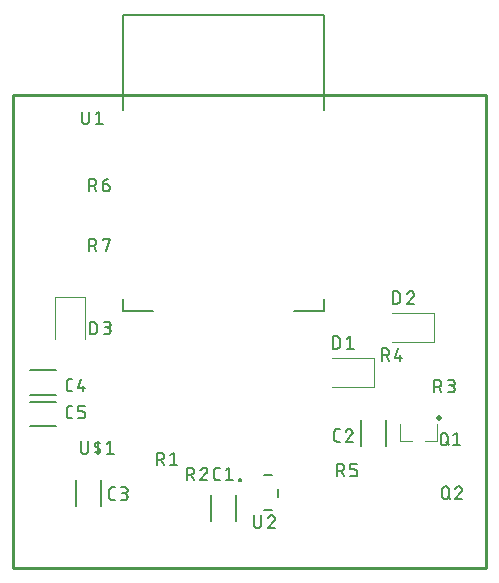
<source format=gbr>
G04 EAGLE Gerber RS-274X export*
G75*
%MOMM*%
%FSLAX34Y34*%
%LPD*%
%INSilkscreen Top*%
%IPPOS*%
%AMOC8*
5,1,8,0,0,1.08239X$1,22.5*%
G01*
G04 Define Apertures*
%ADD10C,0.200000*%
%ADD11C,0.203200*%
%ADD12C,0.500000*%
%ADD13C,0.120000*%
%ADD14C,0.127000*%
%ADD15C,0.254000*%
D10*
X92800Y467640D02*
X262800Y467640D01*
X92800Y227640D02*
X92800Y217640D01*
X117800Y217640D01*
X237800Y217640D02*
X262800Y217640D01*
X262800Y227640D01*
X92800Y387640D02*
X92800Y467640D01*
X262800Y467640D02*
X262800Y387640D01*
D11*
X58111Y386163D02*
X58111Y378458D01*
X58113Y378351D01*
X58119Y378244D01*
X58128Y378138D01*
X58142Y378032D01*
X58159Y377926D01*
X58180Y377821D01*
X58205Y377717D01*
X58234Y377614D01*
X58266Y377512D01*
X58302Y377411D01*
X58342Y377312D01*
X58385Y377214D01*
X58432Y377118D01*
X58482Y377023D01*
X58535Y376930D01*
X58592Y376840D01*
X58652Y376751D01*
X58715Y376665D01*
X58781Y376581D01*
X58851Y376499D01*
X58923Y376420D01*
X58998Y376344D01*
X59076Y376270D01*
X59156Y376200D01*
X59239Y376132D01*
X59324Y376067D01*
X59411Y376006D01*
X59501Y375947D01*
X59592Y375892D01*
X59686Y375840D01*
X59782Y375792D01*
X59879Y375747D01*
X59977Y375705D01*
X60077Y375668D01*
X60179Y375633D01*
X60281Y375603D01*
X60385Y375576D01*
X60489Y375553D01*
X60595Y375534D01*
X60701Y375519D01*
X60807Y375507D01*
X60914Y375499D01*
X61021Y375495D01*
X61127Y375495D01*
X61234Y375499D01*
X61341Y375507D01*
X61447Y375519D01*
X61553Y375534D01*
X61659Y375553D01*
X61763Y375576D01*
X61867Y375603D01*
X61969Y375633D01*
X62071Y375668D01*
X62171Y375705D01*
X62269Y375747D01*
X62366Y375792D01*
X62462Y375840D01*
X62555Y375892D01*
X62647Y375947D01*
X62737Y376006D01*
X62824Y376067D01*
X62909Y376132D01*
X62992Y376200D01*
X63072Y376270D01*
X63150Y376344D01*
X63225Y376420D01*
X63297Y376499D01*
X63367Y376581D01*
X63433Y376665D01*
X63496Y376751D01*
X63556Y376840D01*
X63613Y376930D01*
X63666Y377023D01*
X63716Y377118D01*
X63763Y377214D01*
X63806Y377312D01*
X63846Y377411D01*
X63882Y377512D01*
X63914Y377614D01*
X63943Y377717D01*
X63968Y377821D01*
X63989Y377926D01*
X64006Y378032D01*
X64020Y378138D01*
X64029Y378244D01*
X64035Y378351D01*
X64037Y378458D01*
X64037Y386163D01*
X69922Y383792D02*
X72885Y386163D01*
X72885Y375495D01*
X69922Y375495D02*
X75848Y375495D01*
D12*
X360564Y126340D03*
D13*
X358664Y121300D02*
X358664Y107300D01*
X348564Y107300D01*
X327136Y107300D02*
X327136Y121300D01*
X327136Y107300D02*
X337236Y107300D01*
D11*
X361632Y106693D02*
X361632Y111435D01*
X361634Y111542D01*
X361640Y111649D01*
X361649Y111755D01*
X361663Y111861D01*
X361680Y111967D01*
X361701Y112072D01*
X361726Y112176D01*
X361755Y112279D01*
X361787Y112381D01*
X361823Y112482D01*
X361863Y112581D01*
X361906Y112679D01*
X361953Y112775D01*
X362003Y112870D01*
X362056Y112963D01*
X362113Y113053D01*
X362173Y113142D01*
X362236Y113228D01*
X362302Y113312D01*
X362372Y113394D01*
X362444Y113473D01*
X362519Y113549D01*
X362597Y113623D01*
X362677Y113693D01*
X362760Y113761D01*
X362845Y113826D01*
X362932Y113887D01*
X363022Y113946D01*
X363114Y114001D01*
X363207Y114053D01*
X363303Y114101D01*
X363400Y114146D01*
X363498Y114188D01*
X363598Y114225D01*
X363700Y114260D01*
X363802Y114290D01*
X363906Y114317D01*
X364010Y114340D01*
X364116Y114359D01*
X364222Y114374D01*
X364328Y114386D01*
X364435Y114394D01*
X364542Y114398D01*
X364648Y114398D01*
X364755Y114394D01*
X364862Y114386D01*
X364968Y114374D01*
X365074Y114359D01*
X365180Y114340D01*
X365284Y114317D01*
X365388Y114290D01*
X365490Y114260D01*
X365592Y114225D01*
X365692Y114188D01*
X365790Y114146D01*
X365887Y114101D01*
X365983Y114053D01*
X366077Y114001D01*
X366168Y113946D01*
X366258Y113887D01*
X366345Y113826D01*
X366430Y113761D01*
X366513Y113693D01*
X366593Y113623D01*
X366671Y113549D01*
X366746Y113473D01*
X366818Y113394D01*
X366888Y113312D01*
X366954Y113228D01*
X367017Y113142D01*
X367077Y113053D01*
X367134Y112963D01*
X367187Y112870D01*
X367237Y112775D01*
X367284Y112679D01*
X367327Y112581D01*
X367367Y112482D01*
X367403Y112381D01*
X367435Y112279D01*
X367464Y112176D01*
X367489Y112072D01*
X367510Y111967D01*
X367527Y111861D01*
X367541Y111755D01*
X367550Y111649D01*
X367556Y111542D01*
X367558Y111435D01*
X367558Y106693D01*
X367556Y106586D01*
X367550Y106479D01*
X367541Y106373D01*
X367527Y106267D01*
X367510Y106161D01*
X367489Y106056D01*
X367464Y105952D01*
X367435Y105849D01*
X367403Y105747D01*
X367367Y105646D01*
X367327Y105547D01*
X367284Y105449D01*
X367237Y105353D01*
X367187Y105258D01*
X367134Y105165D01*
X367077Y105075D01*
X367017Y104986D01*
X366954Y104900D01*
X366888Y104816D01*
X366818Y104734D01*
X366746Y104655D01*
X366671Y104579D01*
X366593Y104505D01*
X366513Y104435D01*
X366430Y104367D01*
X366345Y104302D01*
X366258Y104241D01*
X366168Y104182D01*
X366077Y104127D01*
X365983Y104075D01*
X365887Y104027D01*
X365790Y103982D01*
X365692Y103940D01*
X365592Y103903D01*
X365490Y103868D01*
X365388Y103838D01*
X365284Y103811D01*
X365180Y103788D01*
X365074Y103769D01*
X364968Y103754D01*
X364862Y103742D01*
X364755Y103734D01*
X364648Y103730D01*
X364542Y103730D01*
X364435Y103734D01*
X364328Y103742D01*
X364222Y103754D01*
X364116Y103769D01*
X364010Y103788D01*
X363906Y103811D01*
X363802Y103838D01*
X363700Y103868D01*
X363598Y103903D01*
X363498Y103940D01*
X363400Y103982D01*
X363303Y104027D01*
X363207Y104075D01*
X363114Y104127D01*
X363022Y104182D01*
X362932Y104241D01*
X362845Y104302D01*
X362760Y104367D01*
X362677Y104435D01*
X362597Y104505D01*
X362519Y104579D01*
X362444Y104655D01*
X362372Y104734D01*
X362302Y104816D01*
X362236Y104900D01*
X362173Y104986D01*
X362113Y105075D01*
X362056Y105165D01*
X362003Y105258D01*
X361953Y105353D01*
X361906Y105449D01*
X361863Y105547D01*
X361823Y105646D01*
X361787Y105747D01*
X361755Y105849D01*
X361726Y105952D01*
X361701Y106056D01*
X361680Y106161D01*
X361663Y106267D01*
X361649Y106373D01*
X361640Y106479D01*
X361634Y106586D01*
X361632Y106693D01*
X366373Y106101D02*
X368744Y103730D01*
X372442Y112027D02*
X375405Y114398D01*
X375405Y103730D01*
X372442Y103730D02*
X378369Y103730D01*
X121666Y97384D02*
X121666Y86716D01*
X121666Y97384D02*
X124629Y97384D01*
X124736Y97382D01*
X124843Y97376D01*
X124949Y97367D01*
X125055Y97353D01*
X125161Y97336D01*
X125266Y97315D01*
X125370Y97290D01*
X125473Y97261D01*
X125575Y97229D01*
X125676Y97193D01*
X125775Y97153D01*
X125873Y97110D01*
X125969Y97063D01*
X126064Y97013D01*
X126157Y96960D01*
X126247Y96903D01*
X126336Y96843D01*
X126422Y96780D01*
X126506Y96714D01*
X126588Y96644D01*
X126667Y96572D01*
X126743Y96497D01*
X126817Y96419D01*
X126887Y96339D01*
X126955Y96256D01*
X127020Y96171D01*
X127081Y96084D01*
X127140Y95994D01*
X127195Y95902D01*
X127247Y95809D01*
X127295Y95713D01*
X127340Y95616D01*
X127382Y95518D01*
X127419Y95418D01*
X127454Y95316D01*
X127484Y95214D01*
X127511Y95110D01*
X127534Y95006D01*
X127553Y94900D01*
X127568Y94794D01*
X127580Y94688D01*
X127588Y94581D01*
X127592Y94474D01*
X127592Y94368D01*
X127588Y94261D01*
X127580Y94154D01*
X127568Y94048D01*
X127553Y93942D01*
X127534Y93836D01*
X127511Y93732D01*
X127484Y93628D01*
X127454Y93526D01*
X127419Y93424D01*
X127382Y93324D01*
X127340Y93226D01*
X127295Y93129D01*
X127247Y93033D01*
X127195Y92939D01*
X127140Y92848D01*
X127081Y92758D01*
X127020Y92671D01*
X126955Y92586D01*
X126887Y92503D01*
X126817Y92423D01*
X126743Y92345D01*
X126667Y92270D01*
X126588Y92198D01*
X126506Y92128D01*
X126422Y92062D01*
X126336Y91999D01*
X126247Y91939D01*
X126157Y91882D01*
X126064Y91829D01*
X125969Y91779D01*
X125873Y91732D01*
X125775Y91689D01*
X125676Y91649D01*
X125575Y91613D01*
X125473Y91581D01*
X125370Y91552D01*
X125266Y91527D01*
X125161Y91506D01*
X125055Y91489D01*
X124949Y91475D01*
X124843Y91466D01*
X124736Y91460D01*
X124629Y91458D01*
X124629Y91457D02*
X121666Y91457D01*
X125222Y91457D02*
X127593Y86716D01*
X132986Y95013D02*
X135949Y97384D01*
X135949Y86716D01*
X132986Y86716D02*
X138912Y86716D01*
D14*
X188267Y61800D02*
X188267Y39800D01*
X167333Y39800D02*
X167333Y61800D01*
D11*
X172420Y74016D02*
X174791Y74016D01*
X172420Y74016D02*
X172325Y74018D01*
X172229Y74024D01*
X172134Y74033D01*
X172040Y74047D01*
X171946Y74064D01*
X171853Y74085D01*
X171760Y74110D01*
X171669Y74138D01*
X171579Y74170D01*
X171491Y74206D01*
X171404Y74245D01*
X171318Y74288D01*
X171235Y74334D01*
X171153Y74383D01*
X171073Y74436D01*
X170996Y74492D01*
X170920Y74550D01*
X170848Y74612D01*
X170778Y74677D01*
X170710Y74745D01*
X170645Y74815D01*
X170583Y74887D01*
X170525Y74963D01*
X170469Y75040D01*
X170416Y75120D01*
X170367Y75202D01*
X170321Y75285D01*
X170278Y75371D01*
X170239Y75458D01*
X170203Y75546D01*
X170171Y75636D01*
X170143Y75727D01*
X170118Y75820D01*
X170097Y75913D01*
X170080Y76007D01*
X170066Y76101D01*
X170057Y76196D01*
X170051Y76292D01*
X170049Y76387D01*
X170049Y82313D01*
X170051Y82408D01*
X170057Y82504D01*
X170066Y82599D01*
X170080Y82693D01*
X170097Y82787D01*
X170118Y82880D01*
X170143Y82973D01*
X170171Y83064D01*
X170203Y83154D01*
X170239Y83242D01*
X170278Y83329D01*
X170321Y83415D01*
X170367Y83498D01*
X170416Y83580D01*
X170469Y83660D01*
X170525Y83737D01*
X170583Y83813D01*
X170645Y83885D01*
X170710Y83955D01*
X170778Y84023D01*
X170848Y84088D01*
X170920Y84150D01*
X170996Y84208D01*
X171073Y84264D01*
X171153Y84317D01*
X171234Y84366D01*
X171318Y84412D01*
X171404Y84455D01*
X171491Y84494D01*
X171579Y84530D01*
X171669Y84562D01*
X171760Y84590D01*
X171853Y84615D01*
X171946Y84636D01*
X172040Y84653D01*
X172134Y84667D01*
X172229Y84676D01*
X172324Y84682D01*
X172420Y84684D01*
X174791Y84684D01*
X179624Y82313D02*
X182587Y84684D01*
X182587Y74016D01*
X179624Y74016D02*
X185551Y74016D01*
X362966Y65871D02*
X362966Y61129D01*
X362966Y65871D02*
X362968Y65978D01*
X362974Y66085D01*
X362983Y66191D01*
X362997Y66297D01*
X363014Y66403D01*
X363035Y66508D01*
X363060Y66612D01*
X363089Y66715D01*
X363121Y66817D01*
X363157Y66918D01*
X363197Y67017D01*
X363240Y67115D01*
X363287Y67211D01*
X363337Y67306D01*
X363390Y67399D01*
X363447Y67489D01*
X363507Y67578D01*
X363570Y67664D01*
X363636Y67748D01*
X363706Y67830D01*
X363778Y67909D01*
X363853Y67985D01*
X363931Y68059D01*
X364011Y68129D01*
X364094Y68197D01*
X364179Y68262D01*
X364266Y68323D01*
X364356Y68382D01*
X364448Y68437D01*
X364541Y68489D01*
X364637Y68537D01*
X364734Y68582D01*
X364832Y68624D01*
X364932Y68661D01*
X365034Y68696D01*
X365136Y68726D01*
X365240Y68753D01*
X365344Y68776D01*
X365450Y68795D01*
X365556Y68810D01*
X365662Y68822D01*
X365769Y68830D01*
X365876Y68834D01*
X365982Y68834D01*
X366089Y68830D01*
X366196Y68822D01*
X366302Y68810D01*
X366408Y68795D01*
X366514Y68776D01*
X366618Y68753D01*
X366722Y68726D01*
X366824Y68696D01*
X366926Y68661D01*
X367026Y68624D01*
X367124Y68582D01*
X367221Y68537D01*
X367317Y68489D01*
X367411Y68437D01*
X367502Y68382D01*
X367592Y68323D01*
X367679Y68262D01*
X367764Y68197D01*
X367847Y68129D01*
X367927Y68059D01*
X368005Y67985D01*
X368080Y67909D01*
X368152Y67830D01*
X368222Y67748D01*
X368288Y67664D01*
X368351Y67578D01*
X368411Y67489D01*
X368468Y67399D01*
X368521Y67306D01*
X368571Y67211D01*
X368618Y67115D01*
X368661Y67017D01*
X368701Y66918D01*
X368737Y66817D01*
X368769Y66715D01*
X368798Y66612D01*
X368823Y66508D01*
X368844Y66403D01*
X368861Y66297D01*
X368875Y66191D01*
X368884Y66085D01*
X368890Y65978D01*
X368892Y65871D01*
X368893Y65871D02*
X368893Y61129D01*
X368892Y61129D02*
X368890Y61022D01*
X368884Y60915D01*
X368875Y60809D01*
X368861Y60703D01*
X368844Y60597D01*
X368823Y60492D01*
X368798Y60388D01*
X368769Y60285D01*
X368737Y60183D01*
X368701Y60082D01*
X368661Y59983D01*
X368618Y59885D01*
X368571Y59789D01*
X368521Y59694D01*
X368468Y59601D01*
X368411Y59511D01*
X368351Y59422D01*
X368288Y59336D01*
X368222Y59252D01*
X368152Y59170D01*
X368080Y59091D01*
X368005Y59015D01*
X367927Y58941D01*
X367847Y58871D01*
X367764Y58803D01*
X367679Y58738D01*
X367592Y58677D01*
X367502Y58618D01*
X367411Y58563D01*
X367317Y58511D01*
X367221Y58463D01*
X367124Y58418D01*
X367026Y58376D01*
X366926Y58339D01*
X366824Y58304D01*
X366722Y58274D01*
X366618Y58247D01*
X366514Y58224D01*
X366408Y58205D01*
X366302Y58190D01*
X366196Y58178D01*
X366089Y58170D01*
X365982Y58166D01*
X365876Y58166D01*
X365769Y58170D01*
X365662Y58178D01*
X365556Y58190D01*
X365450Y58205D01*
X365344Y58224D01*
X365240Y58247D01*
X365136Y58274D01*
X365034Y58304D01*
X364932Y58339D01*
X364832Y58376D01*
X364734Y58418D01*
X364637Y58463D01*
X364541Y58511D01*
X364448Y58563D01*
X364356Y58618D01*
X364266Y58677D01*
X364179Y58738D01*
X364094Y58803D01*
X364011Y58871D01*
X363931Y58941D01*
X363853Y59015D01*
X363778Y59091D01*
X363706Y59170D01*
X363636Y59252D01*
X363570Y59336D01*
X363507Y59422D01*
X363447Y59511D01*
X363390Y59601D01*
X363337Y59694D01*
X363287Y59789D01*
X363240Y59885D01*
X363197Y59983D01*
X363157Y60082D01*
X363121Y60183D01*
X363089Y60285D01*
X363060Y60388D01*
X363035Y60492D01*
X363014Y60597D01*
X362997Y60703D01*
X362983Y60809D01*
X362974Y60915D01*
X362968Y61022D01*
X362966Y61129D01*
X367707Y60537D02*
X370078Y58166D01*
X379703Y66167D02*
X379701Y66269D01*
X379695Y66371D01*
X379685Y66473D01*
X379672Y66574D01*
X379654Y66675D01*
X379633Y66775D01*
X379608Y66874D01*
X379579Y66972D01*
X379546Y67068D01*
X379510Y67164D01*
X379470Y67258D01*
X379426Y67350D01*
X379379Y67441D01*
X379328Y67530D01*
X379275Y67617D01*
X379217Y67701D01*
X379157Y67784D01*
X379094Y67864D01*
X379027Y67941D01*
X378958Y68016D01*
X378885Y68089D01*
X378810Y68158D01*
X378733Y68225D01*
X378653Y68288D01*
X378570Y68348D01*
X378486Y68406D01*
X378399Y68459D01*
X378310Y68510D01*
X378219Y68557D01*
X378127Y68601D01*
X378033Y68641D01*
X377937Y68677D01*
X377841Y68710D01*
X377743Y68739D01*
X377644Y68764D01*
X377544Y68785D01*
X377443Y68803D01*
X377342Y68816D01*
X377240Y68826D01*
X377138Y68832D01*
X377036Y68834D01*
X376920Y68832D01*
X376803Y68826D01*
X376687Y68816D01*
X376572Y68802D01*
X376457Y68785D01*
X376342Y68763D01*
X376229Y68737D01*
X376116Y68708D01*
X376004Y68675D01*
X375894Y68638D01*
X375785Y68597D01*
X375677Y68553D01*
X375571Y68505D01*
X375467Y68453D01*
X375364Y68398D01*
X375263Y68340D01*
X375165Y68278D01*
X375068Y68213D01*
X374974Y68144D01*
X374882Y68072D01*
X374793Y67998D01*
X374706Y67920D01*
X374622Y67839D01*
X374541Y67756D01*
X374463Y67670D01*
X374387Y67581D01*
X374315Y67490D01*
X374246Y67396D01*
X374180Y67300D01*
X374117Y67202D01*
X374058Y67102D01*
X374002Y67000D01*
X373950Y66896D01*
X373901Y66790D01*
X373856Y66683D01*
X373814Y66574D01*
X373777Y66464D01*
X378815Y64092D02*
X378890Y64166D01*
X378962Y64243D01*
X379031Y64323D01*
X379098Y64405D01*
X379161Y64489D01*
X379221Y64576D01*
X379278Y64664D01*
X379332Y64755D01*
X379382Y64848D01*
X379429Y64942D01*
X379472Y65038D01*
X379512Y65136D01*
X379548Y65235D01*
X379581Y65335D01*
X379609Y65437D01*
X379634Y65539D01*
X379656Y65643D01*
X379673Y65747D01*
X379687Y65851D01*
X379696Y65956D01*
X379702Y66062D01*
X379704Y66167D01*
X378814Y64093D02*
X373776Y58166D01*
X379703Y58166D01*
D10*
X190800Y74000D02*
X190802Y74063D01*
X190808Y74125D01*
X190818Y74187D01*
X190831Y74249D01*
X190849Y74309D01*
X190870Y74368D01*
X190895Y74426D01*
X190924Y74482D01*
X190956Y74536D01*
X190991Y74588D01*
X191029Y74637D01*
X191071Y74685D01*
X191115Y74729D01*
X191163Y74771D01*
X191212Y74809D01*
X191264Y74844D01*
X191318Y74876D01*
X191374Y74905D01*
X191432Y74930D01*
X191491Y74951D01*
X191551Y74969D01*
X191613Y74982D01*
X191675Y74992D01*
X191737Y74998D01*
X191800Y75000D01*
X191863Y74998D01*
X191925Y74992D01*
X191987Y74982D01*
X192049Y74969D01*
X192109Y74951D01*
X192168Y74930D01*
X192226Y74905D01*
X192282Y74876D01*
X192336Y74844D01*
X192388Y74809D01*
X192437Y74771D01*
X192485Y74729D01*
X192529Y74685D01*
X192571Y74637D01*
X192609Y74588D01*
X192644Y74536D01*
X192676Y74482D01*
X192705Y74426D01*
X192730Y74368D01*
X192751Y74309D01*
X192769Y74249D01*
X192782Y74187D01*
X192792Y74125D01*
X192798Y74063D01*
X192800Y74000D01*
X192798Y73937D01*
X192792Y73875D01*
X192782Y73813D01*
X192769Y73751D01*
X192751Y73691D01*
X192730Y73632D01*
X192705Y73574D01*
X192676Y73518D01*
X192644Y73464D01*
X192609Y73412D01*
X192571Y73363D01*
X192529Y73315D01*
X192485Y73271D01*
X192437Y73229D01*
X192388Y73191D01*
X192336Y73156D01*
X192282Y73124D01*
X192226Y73095D01*
X192168Y73070D01*
X192109Y73049D01*
X192049Y73031D01*
X191987Y73018D01*
X191925Y73008D01*
X191863Y73002D01*
X191800Y73000D01*
X191737Y73002D01*
X191675Y73008D01*
X191613Y73018D01*
X191551Y73031D01*
X191491Y73049D01*
X191432Y73070D01*
X191374Y73095D01*
X191318Y73124D01*
X191264Y73156D01*
X191212Y73191D01*
X191163Y73229D01*
X191115Y73271D01*
X191071Y73315D01*
X191029Y73363D01*
X190991Y73412D01*
X190956Y73464D01*
X190924Y73518D01*
X190895Y73574D01*
X190870Y73632D01*
X190849Y73691D01*
X190831Y73751D01*
X190818Y73813D01*
X190808Y73875D01*
X190802Y73937D01*
X190800Y74000D01*
D14*
X212600Y78000D02*
X219200Y78000D01*
X223900Y66850D02*
X223900Y60150D01*
X219200Y49000D02*
X212600Y49000D01*
D11*
X203616Y44384D02*
X203616Y36679D01*
X203618Y36572D01*
X203624Y36465D01*
X203633Y36359D01*
X203647Y36253D01*
X203664Y36147D01*
X203685Y36042D01*
X203710Y35938D01*
X203739Y35835D01*
X203771Y35733D01*
X203807Y35632D01*
X203847Y35533D01*
X203890Y35435D01*
X203937Y35339D01*
X203987Y35244D01*
X204040Y35151D01*
X204097Y35061D01*
X204157Y34972D01*
X204220Y34886D01*
X204286Y34802D01*
X204356Y34720D01*
X204428Y34641D01*
X204503Y34565D01*
X204581Y34491D01*
X204661Y34421D01*
X204744Y34353D01*
X204829Y34288D01*
X204916Y34227D01*
X205006Y34168D01*
X205098Y34113D01*
X205191Y34061D01*
X205287Y34013D01*
X205384Y33968D01*
X205482Y33926D01*
X205582Y33889D01*
X205684Y33854D01*
X205786Y33824D01*
X205890Y33797D01*
X205994Y33774D01*
X206100Y33755D01*
X206206Y33740D01*
X206312Y33728D01*
X206419Y33720D01*
X206526Y33716D01*
X206632Y33716D01*
X206739Y33720D01*
X206846Y33728D01*
X206952Y33740D01*
X207058Y33755D01*
X207164Y33774D01*
X207268Y33797D01*
X207372Y33824D01*
X207474Y33854D01*
X207576Y33889D01*
X207676Y33926D01*
X207774Y33968D01*
X207871Y34013D01*
X207967Y34061D01*
X208060Y34113D01*
X208152Y34168D01*
X208242Y34227D01*
X208329Y34288D01*
X208414Y34353D01*
X208497Y34421D01*
X208577Y34491D01*
X208655Y34565D01*
X208730Y34641D01*
X208802Y34720D01*
X208872Y34802D01*
X208938Y34886D01*
X209001Y34972D01*
X209061Y35061D01*
X209118Y35151D01*
X209171Y35244D01*
X209221Y35339D01*
X209268Y35435D01*
X209311Y35533D01*
X209351Y35632D01*
X209387Y35733D01*
X209419Y35835D01*
X209448Y35938D01*
X209473Y36042D01*
X209494Y36147D01*
X209511Y36253D01*
X209525Y36359D01*
X209534Y36465D01*
X209540Y36572D01*
X209542Y36679D01*
X209543Y36679D02*
X209543Y44384D01*
X218687Y44384D02*
X218789Y44382D01*
X218891Y44376D01*
X218993Y44366D01*
X219094Y44353D01*
X219195Y44335D01*
X219295Y44314D01*
X219394Y44289D01*
X219492Y44260D01*
X219588Y44227D01*
X219684Y44191D01*
X219778Y44151D01*
X219870Y44107D01*
X219961Y44060D01*
X220050Y44009D01*
X220137Y43956D01*
X220221Y43898D01*
X220304Y43838D01*
X220384Y43775D01*
X220461Y43708D01*
X220536Y43639D01*
X220609Y43566D01*
X220678Y43491D01*
X220745Y43414D01*
X220808Y43334D01*
X220868Y43251D01*
X220926Y43167D01*
X220979Y43080D01*
X221030Y42991D01*
X221077Y42900D01*
X221121Y42808D01*
X221161Y42714D01*
X221197Y42618D01*
X221230Y42522D01*
X221259Y42424D01*
X221284Y42325D01*
X221305Y42225D01*
X221323Y42124D01*
X221336Y42023D01*
X221346Y41921D01*
X221352Y41819D01*
X221354Y41717D01*
X218687Y44384D02*
X218571Y44382D01*
X218454Y44376D01*
X218338Y44366D01*
X218223Y44352D01*
X218108Y44335D01*
X217993Y44313D01*
X217880Y44287D01*
X217767Y44258D01*
X217655Y44225D01*
X217545Y44188D01*
X217436Y44147D01*
X217328Y44103D01*
X217222Y44055D01*
X217118Y44003D01*
X217015Y43948D01*
X216914Y43890D01*
X216816Y43828D01*
X216719Y43763D01*
X216625Y43694D01*
X216533Y43622D01*
X216444Y43548D01*
X216357Y43470D01*
X216273Y43389D01*
X216192Y43306D01*
X216114Y43220D01*
X216038Y43131D01*
X215966Y43040D01*
X215897Y42946D01*
X215831Y42850D01*
X215768Y42752D01*
X215709Y42652D01*
X215653Y42550D01*
X215601Y42446D01*
X215552Y42340D01*
X215507Y42233D01*
X215465Y42124D01*
X215428Y42014D01*
X220465Y39642D02*
X220540Y39716D01*
X220612Y39793D01*
X220681Y39873D01*
X220748Y39955D01*
X220811Y40039D01*
X220871Y40126D01*
X220928Y40214D01*
X220982Y40305D01*
X221032Y40398D01*
X221079Y40492D01*
X221122Y40588D01*
X221162Y40686D01*
X221198Y40785D01*
X221231Y40885D01*
X221259Y40987D01*
X221284Y41089D01*
X221306Y41193D01*
X221323Y41297D01*
X221337Y41401D01*
X221346Y41506D01*
X221352Y41612D01*
X221354Y41717D01*
X220465Y39643D02*
X215427Y33716D01*
X221354Y33716D01*
X147066Y74016D02*
X147066Y84684D01*
X150029Y84684D01*
X150136Y84682D01*
X150243Y84676D01*
X150349Y84667D01*
X150455Y84653D01*
X150561Y84636D01*
X150666Y84615D01*
X150770Y84590D01*
X150873Y84561D01*
X150975Y84529D01*
X151076Y84493D01*
X151175Y84453D01*
X151273Y84410D01*
X151369Y84363D01*
X151464Y84313D01*
X151557Y84260D01*
X151647Y84203D01*
X151736Y84143D01*
X151822Y84080D01*
X151906Y84014D01*
X151988Y83944D01*
X152067Y83872D01*
X152143Y83797D01*
X152217Y83719D01*
X152287Y83639D01*
X152355Y83556D01*
X152420Y83471D01*
X152481Y83384D01*
X152540Y83294D01*
X152595Y83202D01*
X152647Y83109D01*
X152695Y83013D01*
X152740Y82916D01*
X152782Y82818D01*
X152819Y82718D01*
X152854Y82616D01*
X152884Y82514D01*
X152911Y82410D01*
X152934Y82306D01*
X152953Y82200D01*
X152968Y82094D01*
X152980Y81988D01*
X152988Y81881D01*
X152992Y81774D01*
X152992Y81668D01*
X152988Y81561D01*
X152980Y81454D01*
X152968Y81348D01*
X152953Y81242D01*
X152934Y81136D01*
X152911Y81032D01*
X152884Y80928D01*
X152854Y80826D01*
X152819Y80724D01*
X152782Y80624D01*
X152740Y80526D01*
X152695Y80429D01*
X152647Y80333D01*
X152595Y80239D01*
X152540Y80148D01*
X152481Y80058D01*
X152420Y79971D01*
X152355Y79886D01*
X152287Y79803D01*
X152217Y79723D01*
X152143Y79645D01*
X152067Y79570D01*
X151988Y79498D01*
X151906Y79428D01*
X151822Y79362D01*
X151736Y79299D01*
X151647Y79239D01*
X151557Y79182D01*
X151464Y79129D01*
X151369Y79079D01*
X151273Y79032D01*
X151175Y78989D01*
X151076Y78949D01*
X150975Y78913D01*
X150873Y78881D01*
X150770Y78852D01*
X150666Y78827D01*
X150561Y78806D01*
X150455Y78789D01*
X150349Y78775D01*
X150243Y78766D01*
X150136Y78760D01*
X150029Y78758D01*
X150029Y78757D02*
X147066Y78757D01*
X150622Y78757D02*
X152993Y74016D01*
X161645Y84684D02*
X161747Y84682D01*
X161849Y84676D01*
X161951Y84666D01*
X162052Y84653D01*
X162153Y84635D01*
X162253Y84614D01*
X162352Y84589D01*
X162450Y84560D01*
X162546Y84527D01*
X162642Y84491D01*
X162736Y84451D01*
X162828Y84407D01*
X162919Y84360D01*
X163008Y84309D01*
X163095Y84256D01*
X163179Y84198D01*
X163262Y84138D01*
X163342Y84075D01*
X163419Y84008D01*
X163494Y83939D01*
X163567Y83866D01*
X163636Y83791D01*
X163703Y83714D01*
X163766Y83634D01*
X163826Y83551D01*
X163884Y83467D01*
X163937Y83380D01*
X163988Y83291D01*
X164035Y83200D01*
X164079Y83108D01*
X164119Y83014D01*
X164155Y82918D01*
X164188Y82822D01*
X164217Y82724D01*
X164242Y82625D01*
X164263Y82525D01*
X164281Y82424D01*
X164294Y82323D01*
X164304Y82221D01*
X164310Y82119D01*
X164312Y82017D01*
X161645Y84684D02*
X161529Y84682D01*
X161412Y84676D01*
X161296Y84666D01*
X161181Y84652D01*
X161066Y84635D01*
X160951Y84613D01*
X160838Y84587D01*
X160725Y84558D01*
X160613Y84525D01*
X160503Y84488D01*
X160394Y84447D01*
X160286Y84403D01*
X160180Y84355D01*
X160076Y84303D01*
X159973Y84248D01*
X159872Y84190D01*
X159774Y84128D01*
X159677Y84063D01*
X159583Y83994D01*
X159491Y83922D01*
X159402Y83848D01*
X159315Y83770D01*
X159231Y83689D01*
X159150Y83606D01*
X159072Y83520D01*
X158996Y83431D01*
X158924Y83340D01*
X158855Y83246D01*
X158789Y83150D01*
X158726Y83052D01*
X158667Y82952D01*
X158611Y82850D01*
X158559Y82746D01*
X158510Y82640D01*
X158465Y82533D01*
X158423Y82424D01*
X158386Y82314D01*
X163424Y79942D02*
X163499Y80016D01*
X163571Y80093D01*
X163640Y80173D01*
X163707Y80255D01*
X163770Y80339D01*
X163830Y80426D01*
X163887Y80514D01*
X163941Y80605D01*
X163991Y80698D01*
X164038Y80792D01*
X164081Y80888D01*
X164121Y80986D01*
X164157Y81085D01*
X164190Y81185D01*
X164218Y81287D01*
X164243Y81389D01*
X164265Y81493D01*
X164282Y81597D01*
X164296Y81701D01*
X164305Y81806D01*
X164311Y81912D01*
X164313Y82017D01*
X163423Y79943D02*
X158386Y74016D01*
X164312Y74016D01*
X356388Y148316D02*
X356388Y158984D01*
X359351Y158984D01*
X359458Y158982D01*
X359565Y158976D01*
X359671Y158967D01*
X359777Y158953D01*
X359883Y158936D01*
X359988Y158915D01*
X360092Y158890D01*
X360195Y158861D01*
X360297Y158829D01*
X360398Y158793D01*
X360497Y158753D01*
X360595Y158710D01*
X360691Y158663D01*
X360786Y158613D01*
X360879Y158560D01*
X360969Y158503D01*
X361058Y158443D01*
X361144Y158380D01*
X361228Y158314D01*
X361310Y158244D01*
X361389Y158172D01*
X361465Y158097D01*
X361539Y158019D01*
X361609Y157939D01*
X361677Y157856D01*
X361742Y157771D01*
X361803Y157684D01*
X361862Y157594D01*
X361917Y157502D01*
X361969Y157409D01*
X362017Y157313D01*
X362062Y157216D01*
X362104Y157118D01*
X362141Y157018D01*
X362176Y156916D01*
X362206Y156814D01*
X362233Y156710D01*
X362256Y156606D01*
X362275Y156500D01*
X362290Y156394D01*
X362302Y156288D01*
X362310Y156181D01*
X362314Y156074D01*
X362314Y155968D01*
X362310Y155861D01*
X362302Y155754D01*
X362290Y155648D01*
X362275Y155542D01*
X362256Y155436D01*
X362233Y155332D01*
X362206Y155228D01*
X362176Y155126D01*
X362141Y155024D01*
X362104Y154924D01*
X362062Y154826D01*
X362017Y154729D01*
X361969Y154633D01*
X361917Y154540D01*
X361862Y154448D01*
X361803Y154358D01*
X361742Y154271D01*
X361677Y154186D01*
X361609Y154103D01*
X361539Y154023D01*
X361465Y153945D01*
X361389Y153870D01*
X361310Y153798D01*
X361228Y153728D01*
X361144Y153662D01*
X361058Y153599D01*
X360969Y153539D01*
X360879Y153482D01*
X360786Y153429D01*
X360691Y153379D01*
X360595Y153332D01*
X360497Y153289D01*
X360398Y153249D01*
X360297Y153213D01*
X360195Y153181D01*
X360092Y153152D01*
X359988Y153127D01*
X359883Y153106D01*
X359777Y153089D01*
X359671Y153075D01*
X359565Y153066D01*
X359458Y153060D01*
X359351Y153058D01*
X359351Y153057D02*
X356388Y153057D01*
X359944Y153057D02*
X362314Y148316D01*
X367707Y148316D02*
X370671Y148316D01*
X370778Y148318D01*
X370885Y148324D01*
X370991Y148333D01*
X371097Y148347D01*
X371203Y148364D01*
X371308Y148385D01*
X371412Y148410D01*
X371515Y148439D01*
X371617Y148471D01*
X371718Y148507D01*
X371817Y148547D01*
X371915Y148590D01*
X372011Y148637D01*
X372106Y148687D01*
X372199Y148740D01*
X372289Y148797D01*
X372378Y148857D01*
X372464Y148920D01*
X372548Y148986D01*
X372630Y149056D01*
X372709Y149128D01*
X372785Y149203D01*
X372859Y149281D01*
X372929Y149361D01*
X372997Y149444D01*
X373062Y149529D01*
X373123Y149616D01*
X373182Y149706D01*
X373237Y149798D01*
X373289Y149891D01*
X373337Y149987D01*
X373382Y150084D01*
X373424Y150182D01*
X373461Y150282D01*
X373496Y150384D01*
X373526Y150486D01*
X373553Y150590D01*
X373576Y150694D01*
X373595Y150800D01*
X373610Y150906D01*
X373622Y151012D01*
X373630Y151119D01*
X373634Y151226D01*
X373634Y151332D01*
X373630Y151439D01*
X373622Y151546D01*
X373610Y151652D01*
X373595Y151758D01*
X373576Y151864D01*
X373553Y151968D01*
X373526Y152072D01*
X373496Y152174D01*
X373461Y152276D01*
X373424Y152376D01*
X373382Y152474D01*
X373337Y152571D01*
X373289Y152667D01*
X373237Y152760D01*
X373182Y152852D01*
X373123Y152942D01*
X373062Y153029D01*
X372997Y153114D01*
X372929Y153197D01*
X372859Y153277D01*
X372785Y153355D01*
X372709Y153430D01*
X372630Y153502D01*
X372548Y153572D01*
X372464Y153638D01*
X372378Y153701D01*
X372289Y153761D01*
X372199Y153818D01*
X372106Y153871D01*
X372011Y153921D01*
X371915Y153968D01*
X371817Y154011D01*
X371718Y154051D01*
X371617Y154087D01*
X371515Y154119D01*
X371412Y154148D01*
X371308Y154173D01*
X371203Y154194D01*
X371097Y154211D01*
X370991Y154225D01*
X370885Y154234D01*
X370778Y154240D01*
X370671Y154242D01*
X371263Y158984D02*
X367707Y158984D01*
X371263Y158984D02*
X371360Y158982D01*
X371456Y158976D01*
X371552Y158966D01*
X371648Y158952D01*
X371743Y158935D01*
X371838Y158913D01*
X371931Y158888D01*
X372023Y158859D01*
X372114Y158826D01*
X372204Y158789D01*
X372292Y158749D01*
X372378Y158705D01*
X372462Y158658D01*
X372545Y158608D01*
X372625Y158554D01*
X372703Y158496D01*
X372779Y158436D01*
X372852Y158373D01*
X372922Y158307D01*
X372990Y158237D01*
X373055Y158166D01*
X373117Y158091D01*
X373175Y158014D01*
X373231Y157935D01*
X373283Y157854D01*
X373332Y157770D01*
X373378Y157685D01*
X373420Y157598D01*
X373458Y157509D01*
X373493Y157419D01*
X373524Y157327D01*
X373551Y157234D01*
X373575Y157141D01*
X373594Y157046D01*
X373610Y156950D01*
X373622Y156854D01*
X373630Y156758D01*
X373634Y156661D01*
X373634Y156565D01*
X373630Y156468D01*
X373622Y156372D01*
X373610Y156276D01*
X373594Y156180D01*
X373575Y156085D01*
X373551Y155992D01*
X373524Y155899D01*
X373493Y155807D01*
X373458Y155717D01*
X373420Y155628D01*
X373378Y155541D01*
X373332Y155456D01*
X373283Y155372D01*
X373231Y155291D01*
X373175Y155212D01*
X373117Y155135D01*
X373055Y155060D01*
X372990Y154989D01*
X372922Y154919D01*
X372852Y154853D01*
X372779Y154790D01*
X372703Y154730D01*
X372625Y154672D01*
X372545Y154618D01*
X372462Y154568D01*
X372378Y154521D01*
X372292Y154477D01*
X372204Y154437D01*
X372114Y154400D01*
X372023Y154367D01*
X371931Y154338D01*
X371838Y154313D01*
X371743Y154291D01*
X371648Y154274D01*
X371552Y154260D01*
X371456Y154250D01*
X371360Y154244D01*
X371263Y154242D01*
X371263Y154243D02*
X368893Y154243D01*
X312166Y175016D02*
X312166Y185684D01*
X315129Y185684D01*
X315236Y185682D01*
X315343Y185676D01*
X315449Y185667D01*
X315555Y185653D01*
X315661Y185636D01*
X315766Y185615D01*
X315870Y185590D01*
X315973Y185561D01*
X316075Y185529D01*
X316176Y185493D01*
X316275Y185453D01*
X316373Y185410D01*
X316469Y185363D01*
X316564Y185313D01*
X316657Y185260D01*
X316747Y185203D01*
X316836Y185143D01*
X316922Y185080D01*
X317006Y185014D01*
X317088Y184944D01*
X317167Y184872D01*
X317243Y184797D01*
X317317Y184719D01*
X317387Y184639D01*
X317455Y184556D01*
X317520Y184471D01*
X317581Y184384D01*
X317640Y184294D01*
X317695Y184202D01*
X317747Y184109D01*
X317795Y184013D01*
X317840Y183916D01*
X317882Y183818D01*
X317919Y183718D01*
X317954Y183616D01*
X317984Y183514D01*
X318011Y183410D01*
X318034Y183306D01*
X318053Y183200D01*
X318068Y183094D01*
X318080Y182988D01*
X318088Y182881D01*
X318092Y182774D01*
X318092Y182668D01*
X318088Y182561D01*
X318080Y182454D01*
X318068Y182348D01*
X318053Y182242D01*
X318034Y182136D01*
X318011Y182032D01*
X317984Y181928D01*
X317954Y181826D01*
X317919Y181724D01*
X317882Y181624D01*
X317840Y181526D01*
X317795Y181429D01*
X317747Y181333D01*
X317695Y181240D01*
X317640Y181148D01*
X317581Y181058D01*
X317520Y180971D01*
X317455Y180886D01*
X317387Y180803D01*
X317317Y180723D01*
X317243Y180645D01*
X317167Y180570D01*
X317088Y180498D01*
X317006Y180428D01*
X316922Y180362D01*
X316836Y180299D01*
X316747Y180239D01*
X316657Y180182D01*
X316564Y180129D01*
X316469Y180079D01*
X316373Y180032D01*
X316275Y179989D01*
X316176Y179949D01*
X316075Y179913D01*
X315973Y179881D01*
X315870Y179852D01*
X315766Y179827D01*
X315661Y179806D01*
X315555Y179789D01*
X315449Y179775D01*
X315343Y179766D01*
X315236Y179760D01*
X315129Y179758D01*
X315129Y179757D02*
X312166Y179757D01*
X315722Y179757D02*
X318093Y175016D01*
X323486Y177387D02*
X325856Y185684D01*
X323486Y177387D02*
X329412Y177387D01*
X327634Y179757D02*
X327634Y175016D01*
X274066Y87884D02*
X274066Y77216D01*
X274066Y87884D02*
X277029Y87884D01*
X277136Y87882D01*
X277243Y87876D01*
X277349Y87867D01*
X277455Y87853D01*
X277561Y87836D01*
X277666Y87815D01*
X277770Y87790D01*
X277873Y87761D01*
X277975Y87729D01*
X278076Y87693D01*
X278175Y87653D01*
X278273Y87610D01*
X278369Y87563D01*
X278464Y87513D01*
X278557Y87460D01*
X278647Y87403D01*
X278736Y87343D01*
X278822Y87280D01*
X278906Y87214D01*
X278988Y87144D01*
X279067Y87072D01*
X279143Y86997D01*
X279217Y86919D01*
X279287Y86839D01*
X279355Y86756D01*
X279420Y86671D01*
X279481Y86584D01*
X279540Y86494D01*
X279595Y86402D01*
X279647Y86309D01*
X279695Y86213D01*
X279740Y86116D01*
X279782Y86018D01*
X279819Y85918D01*
X279854Y85816D01*
X279884Y85714D01*
X279911Y85610D01*
X279934Y85506D01*
X279953Y85400D01*
X279968Y85294D01*
X279980Y85188D01*
X279988Y85081D01*
X279992Y84974D01*
X279992Y84868D01*
X279988Y84761D01*
X279980Y84654D01*
X279968Y84548D01*
X279953Y84442D01*
X279934Y84336D01*
X279911Y84232D01*
X279884Y84128D01*
X279854Y84026D01*
X279819Y83924D01*
X279782Y83824D01*
X279740Y83726D01*
X279695Y83629D01*
X279647Y83533D01*
X279595Y83439D01*
X279540Y83348D01*
X279481Y83258D01*
X279420Y83171D01*
X279355Y83086D01*
X279287Y83003D01*
X279217Y82923D01*
X279143Y82845D01*
X279067Y82770D01*
X278988Y82698D01*
X278906Y82628D01*
X278822Y82562D01*
X278736Y82499D01*
X278647Y82439D01*
X278557Y82382D01*
X278464Y82329D01*
X278369Y82279D01*
X278273Y82232D01*
X278175Y82189D01*
X278076Y82149D01*
X277975Y82113D01*
X277873Y82081D01*
X277770Y82052D01*
X277666Y82027D01*
X277561Y82006D01*
X277455Y81989D01*
X277349Y81975D01*
X277243Y81966D01*
X277136Y81960D01*
X277029Y81958D01*
X277029Y81957D02*
X274066Y81957D01*
X277622Y81957D02*
X279993Y77216D01*
X285386Y77216D02*
X288942Y77216D01*
X289037Y77218D01*
X289133Y77224D01*
X289228Y77233D01*
X289322Y77247D01*
X289416Y77264D01*
X289509Y77285D01*
X289602Y77310D01*
X289693Y77338D01*
X289783Y77370D01*
X289871Y77406D01*
X289958Y77445D01*
X290044Y77488D01*
X290128Y77534D01*
X290209Y77583D01*
X290289Y77636D01*
X290366Y77692D01*
X290442Y77750D01*
X290514Y77812D01*
X290584Y77877D01*
X290652Y77945D01*
X290717Y78015D01*
X290779Y78087D01*
X290837Y78163D01*
X290893Y78240D01*
X290946Y78320D01*
X290995Y78402D01*
X291041Y78485D01*
X291084Y78571D01*
X291123Y78658D01*
X291159Y78746D01*
X291191Y78836D01*
X291219Y78927D01*
X291244Y79020D01*
X291265Y79113D01*
X291282Y79207D01*
X291296Y79301D01*
X291305Y79396D01*
X291311Y79492D01*
X291313Y79587D01*
X291312Y79587D02*
X291312Y80772D01*
X291313Y80772D02*
X291311Y80867D01*
X291305Y80963D01*
X291296Y81058D01*
X291282Y81152D01*
X291265Y81246D01*
X291244Y81339D01*
X291219Y81432D01*
X291191Y81523D01*
X291159Y81613D01*
X291123Y81701D01*
X291084Y81788D01*
X291041Y81874D01*
X290995Y81958D01*
X290946Y82039D01*
X290893Y82119D01*
X290837Y82196D01*
X290779Y82272D01*
X290717Y82344D01*
X290652Y82414D01*
X290584Y82482D01*
X290514Y82547D01*
X290442Y82609D01*
X290366Y82667D01*
X290289Y82723D01*
X290209Y82776D01*
X290128Y82825D01*
X290044Y82871D01*
X289958Y82914D01*
X289871Y82953D01*
X289783Y82989D01*
X289693Y83021D01*
X289602Y83049D01*
X289509Y83074D01*
X289416Y83095D01*
X289322Y83112D01*
X289228Y83126D01*
X289133Y83135D01*
X289037Y83141D01*
X288942Y83143D01*
X285386Y83143D01*
X285386Y87884D01*
X291312Y87884D01*
D14*
X294333Y103300D02*
X294333Y125300D01*
X315267Y125300D02*
X315267Y103300D01*
D11*
X276391Y106733D02*
X274020Y106733D01*
X273925Y106735D01*
X273829Y106741D01*
X273734Y106750D01*
X273640Y106764D01*
X273546Y106781D01*
X273453Y106802D01*
X273360Y106827D01*
X273269Y106855D01*
X273179Y106887D01*
X273091Y106923D01*
X273004Y106962D01*
X272918Y107005D01*
X272835Y107051D01*
X272753Y107100D01*
X272673Y107153D01*
X272596Y107209D01*
X272520Y107267D01*
X272448Y107329D01*
X272378Y107394D01*
X272310Y107462D01*
X272245Y107532D01*
X272183Y107604D01*
X272125Y107680D01*
X272069Y107757D01*
X272016Y107837D01*
X271967Y107919D01*
X271921Y108002D01*
X271878Y108088D01*
X271839Y108175D01*
X271803Y108263D01*
X271771Y108353D01*
X271743Y108444D01*
X271718Y108537D01*
X271697Y108630D01*
X271680Y108724D01*
X271666Y108818D01*
X271657Y108913D01*
X271651Y109009D01*
X271649Y109104D01*
X271649Y115030D01*
X271651Y115125D01*
X271657Y115221D01*
X271666Y115316D01*
X271680Y115410D01*
X271697Y115504D01*
X271718Y115597D01*
X271743Y115690D01*
X271771Y115781D01*
X271803Y115871D01*
X271839Y115959D01*
X271878Y116046D01*
X271921Y116132D01*
X271967Y116215D01*
X272016Y116297D01*
X272069Y116377D01*
X272125Y116454D01*
X272183Y116530D01*
X272245Y116602D01*
X272310Y116672D01*
X272378Y116740D01*
X272448Y116805D01*
X272520Y116867D01*
X272596Y116925D01*
X272673Y116981D01*
X272753Y117034D01*
X272834Y117083D01*
X272918Y117129D01*
X273004Y117172D01*
X273091Y117211D01*
X273179Y117247D01*
X273269Y117279D01*
X273360Y117307D01*
X273453Y117332D01*
X273546Y117353D01*
X273640Y117370D01*
X273734Y117384D01*
X273829Y117393D01*
X273924Y117399D01*
X274020Y117401D01*
X276391Y117401D01*
X284484Y117401D02*
X284586Y117399D01*
X284688Y117393D01*
X284790Y117383D01*
X284891Y117370D01*
X284992Y117352D01*
X285092Y117331D01*
X285191Y117306D01*
X285289Y117277D01*
X285385Y117244D01*
X285481Y117208D01*
X285575Y117168D01*
X285667Y117124D01*
X285758Y117077D01*
X285847Y117026D01*
X285934Y116973D01*
X286018Y116915D01*
X286101Y116855D01*
X286181Y116792D01*
X286258Y116725D01*
X286333Y116656D01*
X286406Y116583D01*
X286475Y116508D01*
X286542Y116431D01*
X286605Y116351D01*
X286665Y116268D01*
X286723Y116184D01*
X286776Y116097D01*
X286827Y116008D01*
X286874Y115917D01*
X286918Y115825D01*
X286958Y115731D01*
X286994Y115635D01*
X287027Y115539D01*
X287056Y115441D01*
X287081Y115342D01*
X287102Y115242D01*
X287120Y115141D01*
X287133Y115040D01*
X287143Y114938D01*
X287149Y114836D01*
X287151Y114734D01*
X284484Y117401D02*
X284368Y117399D01*
X284251Y117393D01*
X284135Y117383D01*
X284020Y117369D01*
X283905Y117352D01*
X283790Y117330D01*
X283677Y117304D01*
X283564Y117275D01*
X283452Y117242D01*
X283342Y117205D01*
X283233Y117164D01*
X283125Y117120D01*
X283019Y117072D01*
X282915Y117020D01*
X282812Y116965D01*
X282711Y116907D01*
X282613Y116845D01*
X282516Y116780D01*
X282422Y116711D01*
X282330Y116639D01*
X282241Y116565D01*
X282154Y116487D01*
X282070Y116406D01*
X281989Y116323D01*
X281911Y116237D01*
X281835Y116148D01*
X281763Y116057D01*
X281694Y115963D01*
X281628Y115867D01*
X281565Y115769D01*
X281506Y115669D01*
X281450Y115567D01*
X281398Y115463D01*
X281349Y115357D01*
X281304Y115250D01*
X281262Y115141D01*
X281225Y115031D01*
X286262Y112659D02*
X286337Y112733D01*
X286409Y112810D01*
X286478Y112890D01*
X286545Y112972D01*
X286608Y113056D01*
X286668Y113143D01*
X286725Y113231D01*
X286779Y113322D01*
X286829Y113415D01*
X286876Y113509D01*
X286919Y113605D01*
X286959Y113703D01*
X286995Y113802D01*
X287028Y113902D01*
X287056Y114004D01*
X287081Y114106D01*
X287103Y114210D01*
X287120Y114314D01*
X287134Y114418D01*
X287143Y114523D01*
X287149Y114629D01*
X287151Y114734D01*
X286262Y112660D02*
X281224Y106733D01*
X287151Y106733D01*
D13*
X269570Y152710D02*
X305117Y152710D01*
X305117Y177490D01*
X269570Y177490D01*
D11*
X270531Y185476D02*
X270531Y196144D01*
X273495Y196144D01*
X273601Y196142D01*
X273706Y196136D01*
X273812Y196127D01*
X273917Y196114D01*
X274021Y196097D01*
X274125Y196076D01*
X274228Y196052D01*
X274330Y196024D01*
X274431Y195992D01*
X274530Y195957D01*
X274629Y195918D01*
X274726Y195876D01*
X274821Y195831D01*
X274915Y195782D01*
X275007Y195729D01*
X275097Y195674D01*
X275185Y195615D01*
X275271Y195553D01*
X275354Y195488D01*
X275435Y195420D01*
X275514Y195350D01*
X275590Y195276D01*
X275664Y195200D01*
X275734Y195121D01*
X275802Y195040D01*
X275867Y194957D01*
X275929Y194871D01*
X275988Y194783D01*
X276043Y194693D01*
X276096Y194601D01*
X276145Y194507D01*
X276190Y194412D01*
X276232Y194315D01*
X276271Y194216D01*
X276306Y194117D01*
X276338Y194016D01*
X276366Y193914D01*
X276390Y193811D01*
X276411Y193707D01*
X276428Y193603D01*
X276441Y193498D01*
X276450Y193392D01*
X276456Y193287D01*
X276458Y193181D01*
X276458Y188439D01*
X276456Y188333D01*
X276450Y188228D01*
X276441Y188122D01*
X276428Y188017D01*
X276411Y187913D01*
X276390Y187809D01*
X276366Y187706D01*
X276338Y187604D01*
X276306Y187503D01*
X276271Y187404D01*
X276232Y187305D01*
X276190Y187208D01*
X276145Y187113D01*
X276096Y187019D01*
X276043Y186927D01*
X275988Y186837D01*
X275929Y186749D01*
X275867Y186663D01*
X275802Y186580D01*
X275734Y186499D01*
X275664Y186420D01*
X275590Y186344D01*
X275514Y186270D01*
X275435Y186200D01*
X275354Y186132D01*
X275271Y186067D01*
X275185Y186005D01*
X275097Y185946D01*
X275007Y185891D01*
X274915Y185838D01*
X274821Y185789D01*
X274726Y185744D01*
X274629Y185702D01*
X274530Y185663D01*
X274431Y185628D01*
X274330Y185596D01*
X274228Y185568D01*
X274125Y185544D01*
X274021Y185523D01*
X273917Y185506D01*
X273812Y185493D01*
X273706Y185484D01*
X273601Y185478D01*
X273495Y185476D01*
X270531Y185476D01*
X282342Y193773D02*
X285305Y196144D01*
X285305Y185476D01*
X282342Y185476D02*
X288269Y185476D01*
D13*
X320370Y190810D02*
X355917Y190810D01*
X355917Y215590D01*
X320370Y215590D01*
D11*
X321331Y223576D02*
X321331Y234244D01*
X324295Y234244D01*
X324401Y234242D01*
X324506Y234236D01*
X324612Y234227D01*
X324717Y234214D01*
X324821Y234197D01*
X324925Y234176D01*
X325028Y234152D01*
X325130Y234124D01*
X325231Y234092D01*
X325330Y234057D01*
X325429Y234018D01*
X325526Y233976D01*
X325621Y233931D01*
X325715Y233882D01*
X325807Y233829D01*
X325897Y233774D01*
X325985Y233715D01*
X326071Y233653D01*
X326154Y233588D01*
X326235Y233520D01*
X326314Y233450D01*
X326390Y233376D01*
X326464Y233300D01*
X326534Y233221D01*
X326602Y233140D01*
X326667Y233057D01*
X326729Y232971D01*
X326788Y232883D01*
X326843Y232793D01*
X326896Y232701D01*
X326945Y232607D01*
X326990Y232512D01*
X327032Y232415D01*
X327071Y232316D01*
X327106Y232217D01*
X327138Y232116D01*
X327166Y232014D01*
X327190Y231911D01*
X327211Y231807D01*
X327228Y231703D01*
X327241Y231598D01*
X327250Y231492D01*
X327256Y231387D01*
X327258Y231281D01*
X327258Y226539D01*
X327256Y226433D01*
X327250Y226328D01*
X327241Y226222D01*
X327228Y226117D01*
X327211Y226013D01*
X327190Y225909D01*
X327166Y225806D01*
X327138Y225704D01*
X327106Y225603D01*
X327071Y225504D01*
X327032Y225405D01*
X326990Y225308D01*
X326945Y225213D01*
X326896Y225119D01*
X326843Y225027D01*
X326788Y224937D01*
X326729Y224849D01*
X326667Y224763D01*
X326602Y224680D01*
X326534Y224599D01*
X326464Y224520D01*
X326390Y224444D01*
X326314Y224370D01*
X326235Y224300D01*
X326154Y224232D01*
X326071Y224167D01*
X325985Y224105D01*
X325897Y224046D01*
X325807Y223991D01*
X325715Y223938D01*
X325621Y223889D01*
X325526Y223844D01*
X325429Y223802D01*
X325330Y223763D01*
X325231Y223728D01*
X325130Y223696D01*
X325028Y223668D01*
X324925Y223644D01*
X324821Y223623D01*
X324717Y223606D01*
X324612Y223593D01*
X324506Y223584D01*
X324401Y223578D01*
X324295Y223576D01*
X321331Y223576D01*
X336402Y234244D02*
X336504Y234242D01*
X336606Y234236D01*
X336708Y234226D01*
X336809Y234213D01*
X336910Y234195D01*
X337010Y234174D01*
X337109Y234149D01*
X337207Y234120D01*
X337303Y234087D01*
X337399Y234051D01*
X337493Y234011D01*
X337585Y233967D01*
X337676Y233920D01*
X337765Y233869D01*
X337852Y233816D01*
X337936Y233758D01*
X338019Y233698D01*
X338099Y233635D01*
X338176Y233568D01*
X338251Y233499D01*
X338324Y233426D01*
X338393Y233351D01*
X338460Y233274D01*
X338523Y233194D01*
X338583Y233111D01*
X338641Y233027D01*
X338694Y232940D01*
X338745Y232851D01*
X338792Y232760D01*
X338836Y232668D01*
X338876Y232574D01*
X338912Y232478D01*
X338945Y232382D01*
X338974Y232284D01*
X338999Y232185D01*
X339020Y232085D01*
X339038Y231984D01*
X339051Y231883D01*
X339061Y231781D01*
X339067Y231679D01*
X339069Y231577D01*
X336402Y234244D02*
X336286Y234242D01*
X336169Y234236D01*
X336053Y234226D01*
X335938Y234212D01*
X335823Y234195D01*
X335708Y234173D01*
X335595Y234147D01*
X335482Y234118D01*
X335370Y234085D01*
X335260Y234048D01*
X335151Y234007D01*
X335043Y233963D01*
X334937Y233915D01*
X334833Y233863D01*
X334730Y233808D01*
X334629Y233750D01*
X334531Y233688D01*
X334434Y233623D01*
X334340Y233554D01*
X334248Y233482D01*
X334159Y233408D01*
X334072Y233330D01*
X333988Y233249D01*
X333907Y233166D01*
X333829Y233080D01*
X333753Y232991D01*
X333681Y232900D01*
X333612Y232806D01*
X333546Y232710D01*
X333483Y232612D01*
X333424Y232512D01*
X333368Y232410D01*
X333316Y232306D01*
X333267Y232200D01*
X333222Y232093D01*
X333180Y231984D01*
X333143Y231874D01*
X338180Y229502D02*
X338255Y229576D01*
X338327Y229653D01*
X338396Y229733D01*
X338463Y229815D01*
X338526Y229899D01*
X338586Y229986D01*
X338643Y230074D01*
X338697Y230165D01*
X338747Y230258D01*
X338794Y230352D01*
X338837Y230448D01*
X338877Y230546D01*
X338913Y230645D01*
X338946Y230745D01*
X338974Y230847D01*
X338999Y230949D01*
X339021Y231053D01*
X339038Y231157D01*
X339052Y231261D01*
X339061Y231366D01*
X339067Y231472D01*
X339069Y231577D01*
X338180Y229503D02*
X333142Y223576D01*
X339069Y223576D01*
D13*
X60390Y228917D02*
X60390Y193370D01*
X60390Y228917D02*
X35610Y228917D01*
X35610Y193370D01*
D11*
X64531Y197556D02*
X64531Y208224D01*
X67495Y208224D01*
X67601Y208222D01*
X67706Y208216D01*
X67812Y208207D01*
X67917Y208194D01*
X68021Y208177D01*
X68125Y208156D01*
X68228Y208132D01*
X68330Y208104D01*
X68431Y208072D01*
X68530Y208037D01*
X68629Y207998D01*
X68726Y207956D01*
X68821Y207911D01*
X68915Y207862D01*
X69007Y207809D01*
X69097Y207754D01*
X69185Y207695D01*
X69271Y207633D01*
X69354Y207568D01*
X69435Y207500D01*
X69514Y207430D01*
X69590Y207356D01*
X69664Y207280D01*
X69734Y207201D01*
X69802Y207120D01*
X69867Y207037D01*
X69929Y206951D01*
X69988Y206863D01*
X70043Y206773D01*
X70096Y206681D01*
X70145Y206587D01*
X70190Y206492D01*
X70232Y206395D01*
X70271Y206296D01*
X70306Y206197D01*
X70338Y206096D01*
X70366Y205994D01*
X70390Y205891D01*
X70411Y205787D01*
X70428Y205683D01*
X70441Y205578D01*
X70450Y205472D01*
X70456Y205367D01*
X70458Y205261D01*
X70458Y200519D01*
X70456Y200413D01*
X70450Y200308D01*
X70441Y200202D01*
X70428Y200097D01*
X70411Y199993D01*
X70390Y199889D01*
X70366Y199786D01*
X70338Y199684D01*
X70306Y199583D01*
X70271Y199484D01*
X70232Y199385D01*
X70190Y199288D01*
X70145Y199193D01*
X70096Y199099D01*
X70043Y199007D01*
X69988Y198917D01*
X69929Y198829D01*
X69867Y198743D01*
X69802Y198660D01*
X69734Y198579D01*
X69664Y198500D01*
X69590Y198424D01*
X69514Y198350D01*
X69435Y198280D01*
X69354Y198212D01*
X69271Y198147D01*
X69185Y198085D01*
X69097Y198026D01*
X69007Y197971D01*
X68915Y197918D01*
X68821Y197869D01*
X68726Y197824D01*
X68629Y197782D01*
X68530Y197743D01*
X68431Y197708D01*
X68330Y197676D01*
X68228Y197648D01*
X68125Y197624D01*
X68021Y197603D01*
X67917Y197586D01*
X67812Y197573D01*
X67706Y197564D01*
X67601Y197558D01*
X67495Y197556D01*
X64531Y197556D01*
X76342Y197556D02*
X79305Y197556D01*
X79412Y197558D01*
X79519Y197564D01*
X79625Y197573D01*
X79731Y197587D01*
X79837Y197604D01*
X79942Y197625D01*
X80046Y197650D01*
X80149Y197679D01*
X80251Y197711D01*
X80352Y197747D01*
X80451Y197787D01*
X80549Y197830D01*
X80645Y197877D01*
X80740Y197927D01*
X80833Y197980D01*
X80923Y198037D01*
X81012Y198097D01*
X81098Y198160D01*
X81182Y198226D01*
X81264Y198296D01*
X81343Y198368D01*
X81419Y198443D01*
X81493Y198521D01*
X81563Y198601D01*
X81631Y198684D01*
X81696Y198769D01*
X81757Y198856D01*
X81816Y198946D01*
X81871Y199038D01*
X81923Y199131D01*
X81971Y199227D01*
X82016Y199324D01*
X82058Y199422D01*
X82095Y199522D01*
X82130Y199624D01*
X82160Y199726D01*
X82187Y199830D01*
X82210Y199934D01*
X82229Y200040D01*
X82244Y200146D01*
X82256Y200252D01*
X82264Y200359D01*
X82268Y200466D01*
X82268Y200572D01*
X82264Y200679D01*
X82256Y200786D01*
X82244Y200892D01*
X82229Y200998D01*
X82210Y201104D01*
X82187Y201208D01*
X82160Y201312D01*
X82130Y201414D01*
X82095Y201516D01*
X82058Y201616D01*
X82016Y201714D01*
X81971Y201811D01*
X81923Y201907D01*
X81871Y202000D01*
X81816Y202092D01*
X81757Y202182D01*
X81696Y202269D01*
X81631Y202354D01*
X81563Y202437D01*
X81493Y202517D01*
X81419Y202595D01*
X81343Y202670D01*
X81264Y202742D01*
X81182Y202812D01*
X81098Y202878D01*
X81012Y202941D01*
X80923Y203001D01*
X80833Y203058D01*
X80740Y203111D01*
X80645Y203161D01*
X80549Y203208D01*
X80451Y203251D01*
X80352Y203291D01*
X80251Y203327D01*
X80149Y203359D01*
X80046Y203388D01*
X79942Y203413D01*
X79837Y203434D01*
X79731Y203451D01*
X79625Y203465D01*
X79519Y203474D01*
X79412Y203480D01*
X79305Y203482D01*
X79898Y208224D02*
X76342Y208224D01*
X79898Y208224D02*
X79995Y208222D01*
X80091Y208216D01*
X80187Y208206D01*
X80283Y208192D01*
X80378Y208175D01*
X80473Y208153D01*
X80566Y208128D01*
X80658Y208099D01*
X80749Y208066D01*
X80839Y208029D01*
X80927Y207989D01*
X81013Y207945D01*
X81097Y207898D01*
X81180Y207848D01*
X81260Y207794D01*
X81338Y207736D01*
X81414Y207676D01*
X81487Y207613D01*
X81557Y207547D01*
X81625Y207477D01*
X81690Y207406D01*
X81752Y207331D01*
X81810Y207254D01*
X81866Y207175D01*
X81918Y207094D01*
X81967Y207010D01*
X82013Y206925D01*
X82055Y206838D01*
X82093Y206749D01*
X82128Y206659D01*
X82159Y206567D01*
X82186Y206474D01*
X82210Y206381D01*
X82229Y206286D01*
X82245Y206190D01*
X82257Y206094D01*
X82265Y205998D01*
X82269Y205901D01*
X82269Y205805D01*
X82265Y205708D01*
X82257Y205612D01*
X82245Y205516D01*
X82229Y205420D01*
X82210Y205325D01*
X82186Y205232D01*
X82159Y205139D01*
X82128Y205047D01*
X82093Y204957D01*
X82055Y204868D01*
X82013Y204781D01*
X81967Y204696D01*
X81918Y204612D01*
X81866Y204531D01*
X81810Y204452D01*
X81752Y204375D01*
X81690Y204300D01*
X81625Y204229D01*
X81557Y204159D01*
X81487Y204093D01*
X81414Y204030D01*
X81338Y203970D01*
X81260Y203912D01*
X81180Y203858D01*
X81097Y203808D01*
X81013Y203761D01*
X80927Y203717D01*
X80839Y203677D01*
X80749Y203640D01*
X80658Y203607D01*
X80566Y203578D01*
X80473Y203553D01*
X80378Y203531D01*
X80283Y203514D01*
X80187Y203500D01*
X80091Y203490D01*
X79995Y203484D01*
X79898Y203482D01*
X79898Y203483D02*
X77527Y203483D01*
X64288Y318516D02*
X64288Y329184D01*
X67251Y329184D01*
X67358Y329182D01*
X67465Y329176D01*
X67571Y329167D01*
X67677Y329153D01*
X67783Y329136D01*
X67888Y329115D01*
X67992Y329090D01*
X68095Y329061D01*
X68197Y329029D01*
X68298Y328993D01*
X68397Y328953D01*
X68495Y328910D01*
X68591Y328863D01*
X68686Y328813D01*
X68779Y328760D01*
X68869Y328703D01*
X68958Y328643D01*
X69044Y328580D01*
X69128Y328514D01*
X69210Y328444D01*
X69289Y328372D01*
X69365Y328297D01*
X69439Y328219D01*
X69509Y328139D01*
X69577Y328056D01*
X69642Y327971D01*
X69703Y327884D01*
X69762Y327794D01*
X69817Y327703D01*
X69869Y327609D01*
X69917Y327513D01*
X69962Y327416D01*
X70004Y327318D01*
X70041Y327218D01*
X70076Y327116D01*
X70106Y327014D01*
X70133Y326910D01*
X70156Y326806D01*
X70175Y326700D01*
X70190Y326594D01*
X70202Y326488D01*
X70210Y326381D01*
X70214Y326274D01*
X70214Y326168D01*
X70210Y326061D01*
X70202Y325954D01*
X70190Y325848D01*
X70175Y325742D01*
X70156Y325636D01*
X70133Y325532D01*
X70106Y325428D01*
X70076Y325326D01*
X70041Y325224D01*
X70004Y325124D01*
X69962Y325026D01*
X69917Y324929D01*
X69869Y324833D01*
X69817Y324740D01*
X69762Y324648D01*
X69703Y324558D01*
X69642Y324471D01*
X69577Y324386D01*
X69509Y324303D01*
X69439Y324223D01*
X69365Y324145D01*
X69289Y324070D01*
X69210Y323998D01*
X69128Y323928D01*
X69044Y323862D01*
X68958Y323799D01*
X68869Y323739D01*
X68779Y323682D01*
X68686Y323629D01*
X68591Y323579D01*
X68495Y323532D01*
X68397Y323489D01*
X68298Y323449D01*
X68197Y323413D01*
X68095Y323381D01*
X67992Y323352D01*
X67888Y323327D01*
X67783Y323306D01*
X67677Y323289D01*
X67571Y323275D01*
X67465Y323266D01*
X67358Y323260D01*
X67251Y323258D01*
X67251Y323257D02*
X64288Y323257D01*
X67844Y323257D02*
X70214Y318516D01*
X75607Y324443D02*
X79163Y324443D01*
X79258Y324441D01*
X79354Y324435D01*
X79449Y324426D01*
X79543Y324412D01*
X79637Y324395D01*
X79730Y324374D01*
X79823Y324349D01*
X79914Y324321D01*
X80004Y324289D01*
X80092Y324253D01*
X80179Y324214D01*
X80265Y324171D01*
X80349Y324125D01*
X80430Y324076D01*
X80510Y324023D01*
X80587Y323967D01*
X80663Y323909D01*
X80735Y323847D01*
X80805Y323782D01*
X80873Y323714D01*
X80938Y323644D01*
X81000Y323572D01*
X81058Y323496D01*
X81114Y323419D01*
X81167Y323339D01*
X81216Y323258D01*
X81262Y323174D01*
X81305Y323088D01*
X81344Y323001D01*
X81380Y322913D01*
X81412Y322823D01*
X81440Y322732D01*
X81465Y322639D01*
X81486Y322546D01*
X81503Y322452D01*
X81517Y322358D01*
X81526Y322263D01*
X81532Y322167D01*
X81534Y322072D01*
X81534Y321479D01*
X81532Y321372D01*
X81526Y321265D01*
X81517Y321159D01*
X81503Y321053D01*
X81486Y320947D01*
X81465Y320842D01*
X81440Y320738D01*
X81411Y320635D01*
X81379Y320533D01*
X81343Y320432D01*
X81303Y320333D01*
X81260Y320235D01*
X81213Y320139D01*
X81163Y320044D01*
X81110Y319951D01*
X81053Y319861D01*
X80993Y319772D01*
X80930Y319686D01*
X80864Y319602D01*
X80794Y319520D01*
X80722Y319441D01*
X80647Y319365D01*
X80569Y319291D01*
X80489Y319221D01*
X80406Y319153D01*
X80321Y319088D01*
X80234Y319027D01*
X80144Y318968D01*
X80052Y318913D01*
X79959Y318861D01*
X79863Y318813D01*
X79766Y318768D01*
X79668Y318726D01*
X79568Y318689D01*
X79466Y318654D01*
X79364Y318624D01*
X79260Y318597D01*
X79156Y318574D01*
X79050Y318555D01*
X78944Y318540D01*
X78838Y318528D01*
X78731Y318520D01*
X78624Y318516D01*
X78518Y318516D01*
X78411Y318520D01*
X78304Y318528D01*
X78198Y318540D01*
X78092Y318555D01*
X77986Y318574D01*
X77882Y318597D01*
X77778Y318624D01*
X77676Y318654D01*
X77574Y318689D01*
X77474Y318726D01*
X77376Y318768D01*
X77279Y318813D01*
X77183Y318861D01*
X77089Y318913D01*
X76998Y318968D01*
X76908Y319027D01*
X76821Y319088D01*
X76736Y319153D01*
X76653Y319221D01*
X76573Y319291D01*
X76495Y319365D01*
X76420Y319441D01*
X76348Y319520D01*
X76278Y319602D01*
X76212Y319686D01*
X76149Y319772D01*
X76089Y319861D01*
X76032Y319951D01*
X75979Y320044D01*
X75929Y320139D01*
X75882Y320235D01*
X75839Y320333D01*
X75799Y320432D01*
X75763Y320533D01*
X75731Y320635D01*
X75702Y320738D01*
X75677Y320842D01*
X75656Y320947D01*
X75639Y321053D01*
X75625Y321159D01*
X75616Y321265D01*
X75610Y321372D01*
X75608Y321479D01*
X75607Y321479D02*
X75607Y324443D01*
X75608Y324443D02*
X75610Y324578D01*
X75616Y324714D01*
X75625Y324849D01*
X75639Y324983D01*
X75656Y325118D01*
X75677Y325251D01*
X75702Y325385D01*
X75731Y325517D01*
X75764Y325648D01*
X75800Y325779D01*
X75840Y325908D01*
X75884Y326036D01*
X75931Y326163D01*
X75982Y326289D01*
X76036Y326412D01*
X76094Y326535D01*
X76156Y326655D01*
X76221Y326774D01*
X76289Y326891D01*
X76361Y327006D01*
X76435Y327119D01*
X76513Y327230D01*
X76595Y327338D01*
X76679Y327444D01*
X76766Y327548D01*
X76856Y327649D01*
X76949Y327747D01*
X77045Y327843D01*
X77143Y327936D01*
X77244Y328026D01*
X77348Y328113D01*
X77454Y328197D01*
X77562Y328279D01*
X77673Y328357D01*
X77786Y328431D01*
X77901Y328503D01*
X78018Y328571D01*
X78137Y328636D01*
X78257Y328698D01*
X78379Y328756D01*
X78503Y328810D01*
X78629Y328861D01*
X78756Y328908D01*
X78884Y328952D01*
X79013Y328992D01*
X79144Y329028D01*
X79275Y329061D01*
X79407Y329090D01*
X79541Y329115D01*
X79674Y329136D01*
X79809Y329153D01*
X79943Y329167D01*
X80078Y329176D01*
X80214Y329182D01*
X80349Y329184D01*
X64288Y278384D02*
X64288Y267716D01*
X64288Y278384D02*
X67251Y278384D01*
X67358Y278382D01*
X67465Y278376D01*
X67571Y278367D01*
X67677Y278353D01*
X67783Y278336D01*
X67888Y278315D01*
X67992Y278290D01*
X68095Y278261D01*
X68197Y278229D01*
X68298Y278193D01*
X68397Y278153D01*
X68495Y278110D01*
X68591Y278063D01*
X68686Y278013D01*
X68779Y277960D01*
X68869Y277903D01*
X68958Y277843D01*
X69044Y277780D01*
X69128Y277714D01*
X69210Y277644D01*
X69289Y277572D01*
X69365Y277497D01*
X69439Y277419D01*
X69509Y277339D01*
X69577Y277256D01*
X69642Y277171D01*
X69703Y277084D01*
X69762Y276994D01*
X69817Y276903D01*
X69869Y276809D01*
X69917Y276713D01*
X69962Y276616D01*
X70004Y276518D01*
X70041Y276418D01*
X70076Y276316D01*
X70106Y276214D01*
X70133Y276110D01*
X70156Y276006D01*
X70175Y275900D01*
X70190Y275794D01*
X70202Y275688D01*
X70210Y275581D01*
X70214Y275474D01*
X70214Y275368D01*
X70210Y275261D01*
X70202Y275154D01*
X70190Y275048D01*
X70175Y274942D01*
X70156Y274836D01*
X70133Y274732D01*
X70106Y274628D01*
X70076Y274526D01*
X70041Y274424D01*
X70004Y274324D01*
X69962Y274226D01*
X69917Y274129D01*
X69869Y274033D01*
X69817Y273940D01*
X69762Y273848D01*
X69703Y273758D01*
X69642Y273671D01*
X69577Y273586D01*
X69509Y273503D01*
X69439Y273423D01*
X69365Y273345D01*
X69289Y273270D01*
X69210Y273198D01*
X69128Y273128D01*
X69044Y273062D01*
X68958Y272999D01*
X68869Y272939D01*
X68779Y272882D01*
X68686Y272829D01*
X68591Y272779D01*
X68495Y272732D01*
X68397Y272689D01*
X68298Y272649D01*
X68197Y272613D01*
X68095Y272581D01*
X67992Y272552D01*
X67888Y272527D01*
X67783Y272506D01*
X67677Y272489D01*
X67571Y272475D01*
X67465Y272466D01*
X67358Y272460D01*
X67251Y272458D01*
X67251Y272457D02*
X64288Y272457D01*
X67844Y272457D02*
X70214Y267716D01*
X75607Y277199D02*
X75607Y278384D01*
X81534Y278384D01*
X78571Y267716D01*
D14*
X53033Y74500D02*
X53033Y52500D01*
X73967Y52500D02*
X73967Y74500D01*
D11*
X83520Y57316D02*
X85891Y57316D01*
X83520Y57316D02*
X83425Y57318D01*
X83329Y57324D01*
X83234Y57333D01*
X83140Y57347D01*
X83046Y57364D01*
X82953Y57385D01*
X82860Y57410D01*
X82769Y57438D01*
X82679Y57470D01*
X82591Y57506D01*
X82504Y57545D01*
X82418Y57588D01*
X82334Y57634D01*
X82253Y57683D01*
X82173Y57736D01*
X82096Y57792D01*
X82020Y57850D01*
X81948Y57912D01*
X81878Y57977D01*
X81810Y58045D01*
X81745Y58115D01*
X81683Y58187D01*
X81625Y58263D01*
X81569Y58340D01*
X81516Y58420D01*
X81467Y58502D01*
X81421Y58585D01*
X81378Y58671D01*
X81339Y58758D01*
X81303Y58846D01*
X81271Y58936D01*
X81243Y59027D01*
X81218Y59120D01*
X81197Y59213D01*
X81180Y59307D01*
X81166Y59401D01*
X81157Y59496D01*
X81151Y59592D01*
X81149Y59687D01*
X81149Y65613D01*
X81151Y65708D01*
X81157Y65804D01*
X81166Y65899D01*
X81180Y65993D01*
X81197Y66087D01*
X81218Y66180D01*
X81243Y66273D01*
X81271Y66364D01*
X81303Y66454D01*
X81339Y66542D01*
X81378Y66629D01*
X81421Y66715D01*
X81467Y66798D01*
X81516Y66880D01*
X81569Y66960D01*
X81625Y67037D01*
X81683Y67113D01*
X81745Y67185D01*
X81810Y67255D01*
X81878Y67323D01*
X81948Y67388D01*
X82020Y67450D01*
X82096Y67508D01*
X82173Y67564D01*
X82253Y67617D01*
X82334Y67666D01*
X82418Y67712D01*
X82504Y67755D01*
X82591Y67794D01*
X82679Y67830D01*
X82769Y67862D01*
X82860Y67890D01*
X82953Y67915D01*
X83046Y67936D01*
X83140Y67953D01*
X83234Y67967D01*
X83329Y67976D01*
X83424Y67982D01*
X83520Y67984D01*
X85891Y67984D01*
X90724Y57316D02*
X93687Y57316D01*
X93794Y57318D01*
X93901Y57324D01*
X94007Y57333D01*
X94113Y57347D01*
X94219Y57364D01*
X94324Y57385D01*
X94428Y57410D01*
X94531Y57439D01*
X94633Y57471D01*
X94734Y57507D01*
X94833Y57547D01*
X94931Y57590D01*
X95027Y57637D01*
X95122Y57687D01*
X95215Y57740D01*
X95305Y57797D01*
X95394Y57857D01*
X95480Y57920D01*
X95564Y57986D01*
X95646Y58056D01*
X95725Y58128D01*
X95801Y58203D01*
X95875Y58281D01*
X95945Y58361D01*
X96013Y58444D01*
X96078Y58529D01*
X96139Y58616D01*
X96198Y58706D01*
X96253Y58797D01*
X96305Y58891D01*
X96353Y58987D01*
X96398Y59084D01*
X96440Y59182D01*
X96477Y59282D01*
X96512Y59384D01*
X96542Y59486D01*
X96569Y59590D01*
X96592Y59694D01*
X96611Y59800D01*
X96626Y59906D01*
X96638Y60012D01*
X96646Y60119D01*
X96650Y60226D01*
X96650Y60332D01*
X96646Y60439D01*
X96638Y60546D01*
X96626Y60652D01*
X96611Y60758D01*
X96592Y60864D01*
X96569Y60968D01*
X96542Y61072D01*
X96512Y61174D01*
X96477Y61276D01*
X96440Y61376D01*
X96398Y61474D01*
X96353Y61571D01*
X96305Y61667D01*
X96253Y61760D01*
X96198Y61852D01*
X96139Y61942D01*
X96078Y62029D01*
X96013Y62114D01*
X95945Y62197D01*
X95875Y62277D01*
X95801Y62355D01*
X95725Y62430D01*
X95646Y62502D01*
X95564Y62572D01*
X95480Y62638D01*
X95394Y62701D01*
X95305Y62761D01*
X95215Y62818D01*
X95122Y62871D01*
X95027Y62921D01*
X94931Y62968D01*
X94833Y63011D01*
X94734Y63051D01*
X94633Y63087D01*
X94531Y63119D01*
X94428Y63148D01*
X94324Y63173D01*
X94219Y63194D01*
X94113Y63211D01*
X94007Y63225D01*
X93901Y63234D01*
X93794Y63240D01*
X93687Y63242D01*
X94280Y67984D02*
X90724Y67984D01*
X94280Y67984D02*
X94377Y67982D01*
X94473Y67976D01*
X94569Y67966D01*
X94665Y67952D01*
X94760Y67935D01*
X94855Y67913D01*
X94948Y67888D01*
X95040Y67859D01*
X95131Y67826D01*
X95221Y67789D01*
X95309Y67749D01*
X95395Y67705D01*
X95479Y67658D01*
X95562Y67608D01*
X95642Y67554D01*
X95720Y67496D01*
X95796Y67436D01*
X95869Y67373D01*
X95939Y67307D01*
X96007Y67237D01*
X96072Y67166D01*
X96134Y67091D01*
X96192Y67014D01*
X96248Y66935D01*
X96300Y66854D01*
X96349Y66770D01*
X96395Y66685D01*
X96437Y66598D01*
X96475Y66509D01*
X96510Y66419D01*
X96541Y66327D01*
X96568Y66234D01*
X96592Y66141D01*
X96611Y66046D01*
X96627Y65950D01*
X96639Y65854D01*
X96647Y65758D01*
X96651Y65661D01*
X96651Y65565D01*
X96647Y65468D01*
X96639Y65372D01*
X96627Y65276D01*
X96611Y65180D01*
X96592Y65085D01*
X96568Y64992D01*
X96541Y64899D01*
X96510Y64807D01*
X96475Y64717D01*
X96437Y64628D01*
X96395Y64541D01*
X96349Y64456D01*
X96300Y64372D01*
X96248Y64291D01*
X96192Y64212D01*
X96134Y64135D01*
X96072Y64060D01*
X96007Y63989D01*
X95939Y63919D01*
X95869Y63853D01*
X95796Y63790D01*
X95720Y63730D01*
X95642Y63672D01*
X95562Y63618D01*
X95479Y63568D01*
X95395Y63521D01*
X95309Y63477D01*
X95221Y63437D01*
X95131Y63400D01*
X95040Y63367D01*
X94948Y63338D01*
X94855Y63313D01*
X94760Y63291D01*
X94665Y63274D01*
X94569Y63260D01*
X94473Y63250D01*
X94377Y63244D01*
X94280Y63242D01*
X94280Y63243D02*
X91909Y63243D01*
D14*
X36400Y167320D02*
X14400Y167320D01*
X14400Y146386D02*
X36400Y146386D01*
D11*
X47620Y149286D02*
X49991Y149286D01*
X47620Y149286D02*
X47525Y149288D01*
X47429Y149294D01*
X47334Y149303D01*
X47240Y149317D01*
X47146Y149334D01*
X47053Y149355D01*
X46960Y149380D01*
X46869Y149408D01*
X46779Y149440D01*
X46691Y149476D01*
X46604Y149515D01*
X46518Y149558D01*
X46434Y149604D01*
X46353Y149653D01*
X46273Y149706D01*
X46196Y149762D01*
X46120Y149820D01*
X46048Y149882D01*
X45978Y149947D01*
X45910Y150015D01*
X45845Y150085D01*
X45783Y150157D01*
X45725Y150233D01*
X45669Y150310D01*
X45616Y150390D01*
X45567Y150472D01*
X45521Y150555D01*
X45478Y150641D01*
X45439Y150728D01*
X45403Y150816D01*
X45371Y150906D01*
X45343Y150997D01*
X45318Y151090D01*
X45297Y151183D01*
X45280Y151277D01*
X45266Y151371D01*
X45257Y151466D01*
X45251Y151562D01*
X45249Y151657D01*
X45249Y157583D01*
X45251Y157678D01*
X45257Y157774D01*
X45266Y157869D01*
X45280Y157963D01*
X45297Y158057D01*
X45318Y158150D01*
X45343Y158243D01*
X45371Y158334D01*
X45403Y158424D01*
X45439Y158512D01*
X45478Y158599D01*
X45521Y158685D01*
X45567Y158768D01*
X45616Y158850D01*
X45669Y158930D01*
X45725Y159007D01*
X45783Y159083D01*
X45845Y159155D01*
X45910Y159225D01*
X45978Y159293D01*
X46048Y159358D01*
X46120Y159420D01*
X46196Y159478D01*
X46273Y159534D01*
X46353Y159587D01*
X46434Y159636D01*
X46518Y159682D01*
X46604Y159725D01*
X46691Y159764D01*
X46779Y159800D01*
X46869Y159832D01*
X46960Y159860D01*
X47053Y159885D01*
X47146Y159906D01*
X47240Y159923D01*
X47334Y159937D01*
X47429Y159946D01*
X47524Y159952D01*
X47620Y159954D01*
X49991Y159954D01*
X57195Y159954D02*
X54824Y151657D01*
X60751Y151657D01*
X58973Y154027D02*
X58973Y149286D01*
X57340Y106934D02*
X57340Y99229D01*
X57341Y99229D02*
X57343Y99122D01*
X57349Y99015D01*
X57358Y98909D01*
X57372Y98803D01*
X57389Y98697D01*
X57410Y98592D01*
X57435Y98488D01*
X57464Y98385D01*
X57496Y98283D01*
X57532Y98182D01*
X57572Y98083D01*
X57615Y97985D01*
X57662Y97889D01*
X57712Y97794D01*
X57765Y97701D01*
X57822Y97611D01*
X57882Y97522D01*
X57945Y97436D01*
X58011Y97352D01*
X58081Y97270D01*
X58153Y97191D01*
X58228Y97115D01*
X58306Y97041D01*
X58386Y96971D01*
X58469Y96903D01*
X58554Y96838D01*
X58641Y96777D01*
X58731Y96718D01*
X58822Y96663D01*
X58916Y96611D01*
X59012Y96563D01*
X59109Y96518D01*
X59207Y96476D01*
X59307Y96439D01*
X59409Y96404D01*
X59511Y96374D01*
X59615Y96347D01*
X59719Y96324D01*
X59825Y96305D01*
X59931Y96290D01*
X60037Y96278D01*
X60144Y96270D01*
X60251Y96266D01*
X60357Y96266D01*
X60464Y96270D01*
X60571Y96278D01*
X60677Y96290D01*
X60783Y96305D01*
X60889Y96324D01*
X60993Y96347D01*
X61097Y96374D01*
X61199Y96404D01*
X61301Y96439D01*
X61401Y96476D01*
X61499Y96518D01*
X61596Y96563D01*
X61692Y96611D01*
X61785Y96663D01*
X61877Y96718D01*
X61967Y96777D01*
X62054Y96838D01*
X62139Y96903D01*
X62222Y96971D01*
X62302Y97041D01*
X62380Y97115D01*
X62455Y97191D01*
X62527Y97270D01*
X62597Y97352D01*
X62663Y97436D01*
X62726Y97522D01*
X62786Y97611D01*
X62843Y97701D01*
X62896Y97794D01*
X62946Y97889D01*
X62993Y97985D01*
X63036Y98083D01*
X63076Y98182D01*
X63112Y98283D01*
X63144Y98385D01*
X63173Y98488D01*
X63198Y98592D01*
X63219Y98697D01*
X63236Y98803D01*
X63250Y98909D01*
X63259Y99015D01*
X63265Y99122D01*
X63267Y99229D01*
X63267Y106934D01*
X71353Y106934D02*
X71353Y96266D01*
X71353Y101600D02*
X69871Y102489D01*
X69802Y102533D01*
X69734Y102580D01*
X69669Y102631D01*
X69606Y102684D01*
X69546Y102740D01*
X69488Y102799D01*
X69433Y102861D01*
X69382Y102925D01*
X69333Y102991D01*
X69287Y103059D01*
X69245Y103130D01*
X69205Y103203D01*
X69170Y103277D01*
X69137Y103353D01*
X69109Y103430D01*
X69084Y103508D01*
X69062Y103588D01*
X69045Y103668D01*
X69031Y103750D01*
X69021Y103831D01*
X69014Y103913D01*
X69012Y103996D01*
X69013Y104078D01*
X69019Y104160D01*
X69028Y104242D01*
X69041Y104324D01*
X69057Y104404D01*
X69078Y104484D01*
X69102Y104563D01*
X69129Y104641D01*
X69161Y104717D01*
X69195Y104791D01*
X69234Y104864D01*
X69275Y104936D01*
X69320Y105005D01*
X69368Y105072D01*
X69419Y105136D01*
X69473Y105198D01*
X69530Y105258D01*
X69589Y105315D01*
X69652Y105369D01*
X69716Y105420D01*
X69783Y105468D01*
X69852Y105513D01*
X69923Y105555D01*
X69996Y105593D01*
X70071Y105628D01*
X70147Y105659D01*
X70225Y105687D01*
X70303Y105711D01*
X70383Y105731D01*
X70464Y105748D01*
X70464Y105749D02*
X70598Y105771D01*
X70732Y105790D01*
X70866Y105804D01*
X71001Y105815D01*
X71137Y105822D01*
X71272Y105825D01*
X71408Y105824D01*
X71543Y105819D01*
X71678Y105810D01*
X71813Y105798D01*
X71947Y105781D01*
X72081Y105761D01*
X72214Y105737D01*
X72347Y105709D01*
X72478Y105677D01*
X72609Y105641D01*
X72739Y105602D01*
X72867Y105559D01*
X72994Y105512D01*
X73120Y105461D01*
X73244Y105407D01*
X73367Y105350D01*
X73487Y105289D01*
X73606Y105224D01*
X73724Y105156D01*
X71353Y101600D02*
X72834Y100711D01*
X72903Y100667D01*
X72971Y100620D01*
X73036Y100569D01*
X73099Y100516D01*
X73159Y100460D01*
X73217Y100401D01*
X73272Y100339D01*
X73323Y100275D01*
X73372Y100209D01*
X73418Y100141D01*
X73460Y100070D01*
X73500Y99997D01*
X73535Y99923D01*
X73568Y99847D01*
X73596Y99770D01*
X73621Y99692D01*
X73643Y99612D01*
X73660Y99532D01*
X73674Y99450D01*
X73684Y99369D01*
X73691Y99287D01*
X73693Y99204D01*
X73692Y99122D01*
X73686Y99040D01*
X73677Y98958D01*
X73664Y98876D01*
X73648Y98796D01*
X73627Y98716D01*
X73603Y98637D01*
X73576Y98559D01*
X73544Y98483D01*
X73510Y98409D01*
X73471Y98336D01*
X73430Y98264D01*
X73385Y98195D01*
X73337Y98128D01*
X73286Y98064D01*
X73232Y98002D01*
X73175Y97942D01*
X73116Y97885D01*
X73053Y97831D01*
X72989Y97780D01*
X72922Y97732D01*
X72853Y97687D01*
X72782Y97645D01*
X72709Y97607D01*
X72634Y97572D01*
X72558Y97541D01*
X72480Y97513D01*
X72402Y97489D01*
X72322Y97469D01*
X72241Y97452D01*
X72242Y97451D02*
X72108Y97429D01*
X71974Y97410D01*
X71840Y97396D01*
X71705Y97385D01*
X71569Y97378D01*
X71434Y97375D01*
X71298Y97376D01*
X71163Y97381D01*
X71028Y97390D01*
X70893Y97402D01*
X70759Y97419D01*
X70625Y97439D01*
X70492Y97463D01*
X70359Y97491D01*
X70227Y97523D01*
X70097Y97559D01*
X69967Y97598D01*
X69839Y97641D01*
X69712Y97688D01*
X69586Y97739D01*
X69462Y97793D01*
X69339Y97850D01*
X69219Y97912D01*
X69099Y97976D01*
X68982Y98044D01*
X79057Y104563D02*
X82021Y106934D01*
X82021Y96266D01*
X84984Y96266D02*
X79057Y96266D01*
D14*
X36400Y140467D02*
X14400Y140467D01*
X14400Y119533D02*
X36400Y119533D01*
D11*
X47620Y126416D02*
X49991Y126416D01*
X47620Y126416D02*
X47525Y126418D01*
X47429Y126424D01*
X47334Y126433D01*
X47240Y126447D01*
X47146Y126464D01*
X47053Y126485D01*
X46960Y126510D01*
X46869Y126538D01*
X46779Y126570D01*
X46691Y126606D01*
X46604Y126645D01*
X46518Y126688D01*
X46434Y126734D01*
X46353Y126783D01*
X46273Y126836D01*
X46196Y126892D01*
X46120Y126950D01*
X46048Y127012D01*
X45978Y127077D01*
X45910Y127145D01*
X45845Y127215D01*
X45783Y127287D01*
X45725Y127363D01*
X45669Y127440D01*
X45616Y127520D01*
X45567Y127602D01*
X45521Y127685D01*
X45478Y127771D01*
X45439Y127858D01*
X45403Y127946D01*
X45371Y128036D01*
X45343Y128127D01*
X45318Y128220D01*
X45297Y128313D01*
X45280Y128407D01*
X45266Y128501D01*
X45257Y128596D01*
X45251Y128692D01*
X45249Y128787D01*
X45249Y134713D01*
X45251Y134808D01*
X45257Y134904D01*
X45266Y134999D01*
X45280Y135093D01*
X45297Y135187D01*
X45318Y135280D01*
X45343Y135373D01*
X45371Y135464D01*
X45403Y135554D01*
X45439Y135642D01*
X45478Y135729D01*
X45521Y135815D01*
X45567Y135898D01*
X45616Y135980D01*
X45669Y136060D01*
X45725Y136137D01*
X45783Y136213D01*
X45845Y136285D01*
X45910Y136355D01*
X45978Y136423D01*
X46048Y136488D01*
X46120Y136550D01*
X46196Y136608D01*
X46273Y136664D01*
X46353Y136717D01*
X46434Y136766D01*
X46518Y136812D01*
X46604Y136855D01*
X46691Y136894D01*
X46779Y136930D01*
X46869Y136962D01*
X46960Y136990D01*
X47053Y137015D01*
X47146Y137036D01*
X47240Y137053D01*
X47334Y137067D01*
X47429Y137076D01*
X47524Y137082D01*
X47620Y137084D01*
X49991Y137084D01*
X54824Y126416D02*
X58380Y126416D01*
X58475Y126418D01*
X58571Y126424D01*
X58666Y126433D01*
X58760Y126447D01*
X58854Y126464D01*
X58947Y126485D01*
X59040Y126510D01*
X59131Y126538D01*
X59221Y126570D01*
X59309Y126606D01*
X59396Y126645D01*
X59482Y126688D01*
X59566Y126734D01*
X59647Y126783D01*
X59727Y126836D01*
X59804Y126892D01*
X59880Y126950D01*
X59952Y127012D01*
X60022Y127077D01*
X60090Y127145D01*
X60155Y127215D01*
X60217Y127287D01*
X60275Y127363D01*
X60331Y127440D01*
X60384Y127520D01*
X60433Y127602D01*
X60479Y127685D01*
X60522Y127771D01*
X60561Y127858D01*
X60597Y127946D01*
X60629Y128036D01*
X60657Y128127D01*
X60682Y128220D01*
X60703Y128313D01*
X60720Y128407D01*
X60734Y128501D01*
X60743Y128596D01*
X60749Y128692D01*
X60751Y128787D01*
X60751Y129972D01*
X60749Y130067D01*
X60743Y130163D01*
X60734Y130258D01*
X60720Y130352D01*
X60703Y130446D01*
X60682Y130539D01*
X60657Y130632D01*
X60629Y130723D01*
X60597Y130813D01*
X60561Y130901D01*
X60522Y130988D01*
X60479Y131074D01*
X60433Y131158D01*
X60384Y131239D01*
X60331Y131319D01*
X60275Y131396D01*
X60217Y131472D01*
X60155Y131544D01*
X60090Y131614D01*
X60022Y131682D01*
X59952Y131747D01*
X59880Y131809D01*
X59804Y131867D01*
X59727Y131923D01*
X59647Y131976D01*
X59566Y132025D01*
X59482Y132071D01*
X59396Y132114D01*
X59309Y132153D01*
X59221Y132189D01*
X59131Y132221D01*
X59040Y132249D01*
X58947Y132274D01*
X58854Y132295D01*
X58760Y132312D01*
X58666Y132326D01*
X58571Y132335D01*
X58475Y132341D01*
X58380Y132343D01*
X54824Y132343D01*
X54824Y137084D01*
X60751Y137084D01*
D15*
X0Y0D02*
X400000Y0D01*
X400000Y400000D01*
X0Y400000D01*
X0Y0D01*
M02*

</source>
